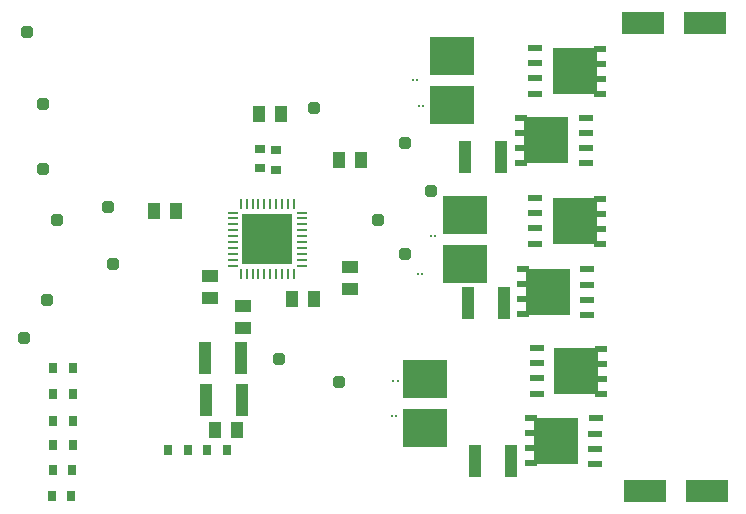
<source format=gtp>
G04*
G04 #@! TF.GenerationSoftware,Altium Limited,Altium Designer,21.6.1 (37)*
G04*
G04 Layer_Color=8421504*
%FSLAX25Y25*%
%MOIN*%
G70*
G04*
G04 #@! TF.SameCoordinates,B2079DFB-0366-4D49-8141-05D7A233A1B4*
G04*
G04*
G04 #@! TF.FilePolarity,Positive*
G04*
G01*
G75*
%ADD15R,0.04016X0.02402*%
%ADD16R,0.05000X0.02402*%
%ADD17R,0.15000X0.15394*%
%ADD18R,0.00984X0.03347*%
%ADD19R,0.03347X0.00984*%
%ADD20R,0.16732X0.16732*%
G04:AMPARAMS|DCode=21|XSize=39.37mil|YSize=39.37mil|CornerRadius=9.84mil|HoleSize=0mil|Usage=FLASHONLY|Rotation=90.000|XOffset=0mil|YOffset=0mil|HoleType=Round|Shape=RoundedRectangle|*
%AMROUNDEDRECTD21*
21,1,0.03937,0.01968,0,0,90.0*
21,1,0.01968,0.03937,0,0,90.0*
1,1,0.01968,0.00984,0.00984*
1,1,0.01968,0.00984,-0.00984*
1,1,0.01968,-0.00984,-0.00984*
1,1,0.01968,-0.00984,0.00984*
%
%ADD21ROUNDEDRECTD21*%
%ADD22R,0.14567X0.12598*%
%ADD23R,0.01000X0.01000*%
%ADD24R,0.02756X0.03347*%
%ADD25R,0.04331X0.10827*%
%ADD26R,0.14173X0.07284*%
%ADD27R,0.03937X0.05315*%
%ADD28R,0.05315X0.03937*%
%ADD29R,0.03347X0.02756*%
D15*
X443713Y300500D02*
D03*
D03*
Y285500D02*
D03*
Y290500D02*
D03*
Y295500D02*
D03*
X469287Y309000D02*
D03*
D03*
Y324000D02*
D03*
Y319000D02*
D03*
Y314000D02*
D03*
X446457Y245827D02*
D03*
Y240827D02*
D03*
Y235827D02*
D03*
Y250827D02*
D03*
D03*
X443213Y351000D02*
D03*
D03*
Y336000D02*
D03*
Y341000D02*
D03*
Y346000D02*
D03*
X469287Y359000D02*
D03*
D03*
Y374000D02*
D03*
Y369000D02*
D03*
Y364000D02*
D03*
X469787Y264000D02*
D03*
Y269000D02*
D03*
Y274000D02*
D03*
Y259000D02*
D03*
D03*
D16*
X465228Y300500D02*
D03*
X465163Y290363D02*
D03*
Y285363D02*
D03*
Y295363D02*
D03*
X447772Y309000D02*
D03*
X447837Y319137D02*
D03*
Y324137D02*
D03*
Y314137D02*
D03*
X467907Y245690D02*
D03*
Y235689D02*
D03*
Y240689D02*
D03*
X467972Y250827D02*
D03*
X464728Y351000D02*
D03*
X464663Y340863D02*
D03*
Y335863D02*
D03*
Y345863D02*
D03*
X447772Y359000D02*
D03*
X447837Y369137D02*
D03*
Y374137D02*
D03*
Y364137D02*
D03*
X448337Y264137D02*
D03*
Y274137D02*
D03*
Y269137D02*
D03*
X448272Y259000D02*
D03*
D17*
X452000Y293000D02*
D03*
X461000Y316500D02*
D03*
X454744Y243327D02*
D03*
X451500Y343500D02*
D03*
X461000Y366500D02*
D03*
X461500Y266500D02*
D03*
D18*
X349697Y298965D02*
D03*
X351665D02*
D03*
X353634D02*
D03*
X355602D02*
D03*
X357571D02*
D03*
X359539D02*
D03*
X361508D02*
D03*
X363476D02*
D03*
X365445D02*
D03*
X367413D02*
D03*
Y322193D02*
D03*
X365445D02*
D03*
X363476D02*
D03*
X361508D02*
D03*
X359539D02*
D03*
X357571D02*
D03*
X355602D02*
D03*
X353634D02*
D03*
X351665D02*
D03*
X349697D02*
D03*
D19*
X370169Y301720D02*
D03*
Y303689D02*
D03*
Y305658D02*
D03*
Y307626D02*
D03*
Y309594D02*
D03*
Y311563D02*
D03*
Y313531D02*
D03*
Y315500D02*
D03*
Y317469D02*
D03*
Y319437D02*
D03*
X346941D02*
D03*
Y317469D02*
D03*
Y315500D02*
D03*
Y313531D02*
D03*
Y311563D02*
D03*
Y309594D02*
D03*
Y307626D02*
D03*
Y305658D02*
D03*
Y303689D02*
D03*
Y301720D02*
D03*
D20*
X358555Y310579D02*
D03*
D21*
X404331Y305512D02*
D03*
X362598Y270472D02*
D03*
X382283Y262992D02*
D03*
X285039Y290158D02*
D03*
X283858Y333858D02*
D03*
X288583Y316929D02*
D03*
X307087Y302362D02*
D03*
X278346Y379528D02*
D03*
X277559Y277559D02*
D03*
X374016Y354331D02*
D03*
X404500Y342500D02*
D03*
X395276Y316929D02*
D03*
X412992Y326772D02*
D03*
X283858Y355512D02*
D03*
X305512Y321260D02*
D03*
D22*
X424409Y318701D02*
D03*
Y302362D02*
D03*
X420079Y355217D02*
D03*
Y371555D02*
D03*
X411024Y264075D02*
D03*
Y247736D02*
D03*
D23*
X408661Y298819D02*
D03*
X410161D02*
D03*
X401968Y263386D02*
D03*
X400468D02*
D03*
X409055Y355118D02*
D03*
X410555D02*
D03*
X408587Y363779D02*
D03*
X407087D02*
D03*
X413000Y311500D02*
D03*
X414500D02*
D03*
X401572Y251503D02*
D03*
X400072D02*
D03*
D24*
X344980Y240158D02*
D03*
X338484D02*
D03*
X331988D02*
D03*
X325492D02*
D03*
X293248Y225000D02*
D03*
X286752D02*
D03*
X287004Y233500D02*
D03*
X293500D02*
D03*
X287252Y242000D02*
D03*
X293748D02*
D03*
Y250000D02*
D03*
X287252D02*
D03*
Y259000D02*
D03*
X293748D02*
D03*
Y267500D02*
D03*
X287252D02*
D03*
D25*
X437500Y289370D02*
D03*
X425492D02*
D03*
X427854Y236614D02*
D03*
X439862D02*
D03*
X436319Y337795D02*
D03*
X424311D02*
D03*
X350000Y257087D02*
D03*
X337992D02*
D03*
X337697Y270866D02*
D03*
X349705D02*
D03*
D26*
X483858Y382677D02*
D03*
X504528D02*
D03*
X505010Y226678D02*
D03*
X484341D02*
D03*
D27*
X355807Y352362D02*
D03*
X363090D02*
D03*
X382358Y337000D02*
D03*
X389642D02*
D03*
X374142Y290500D02*
D03*
X366858D02*
D03*
X341240Y246850D02*
D03*
X348524D02*
D03*
X328142Y320000D02*
D03*
X320858D02*
D03*
D28*
X386000Y301142D02*
D03*
Y293858D02*
D03*
X350500Y280858D02*
D03*
Y288142D02*
D03*
X339500Y298142D02*
D03*
Y290858D02*
D03*
D29*
X356000Y334252D02*
D03*
Y340748D02*
D03*
X361500Y333752D02*
D03*
Y340248D02*
D03*
M02*

</source>
